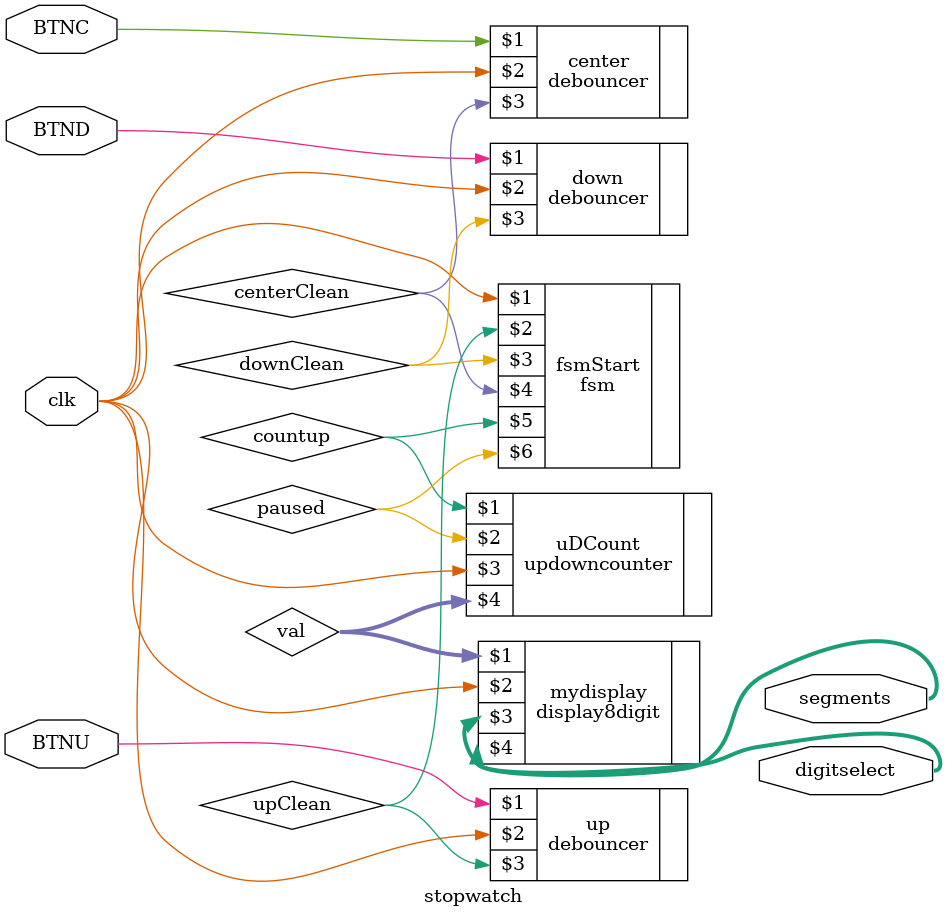
<source format=sv>
`timescale 1ns / 1ps
`default_nettype none

module stopwatch(
    input wire clk,
    input wire BTNU, BTND, BTNC,
    output wire [7:0] segments, digitselect
    );
    
    //debouncing button presses
    wire upClean, downClean, centerClean;
    debouncer #(20) up(BTNU, clk, upClean);
    debouncer #(20) down(BTND, clk, downClean);
    debouncer #(20) center(BTNC, clk, centerClean);
    
    //fsm
    logic countup,paused;
    fsm fsmStart(clk, upClean, downClean, centerClean, countup, paused);
    
    logic [31:0] val;
    updowncounter uDCount(countup, paused, clk, val);
    
    
    display8digit mydisplay(val, clk, segments, digitselect);
    
endmodule

</source>
